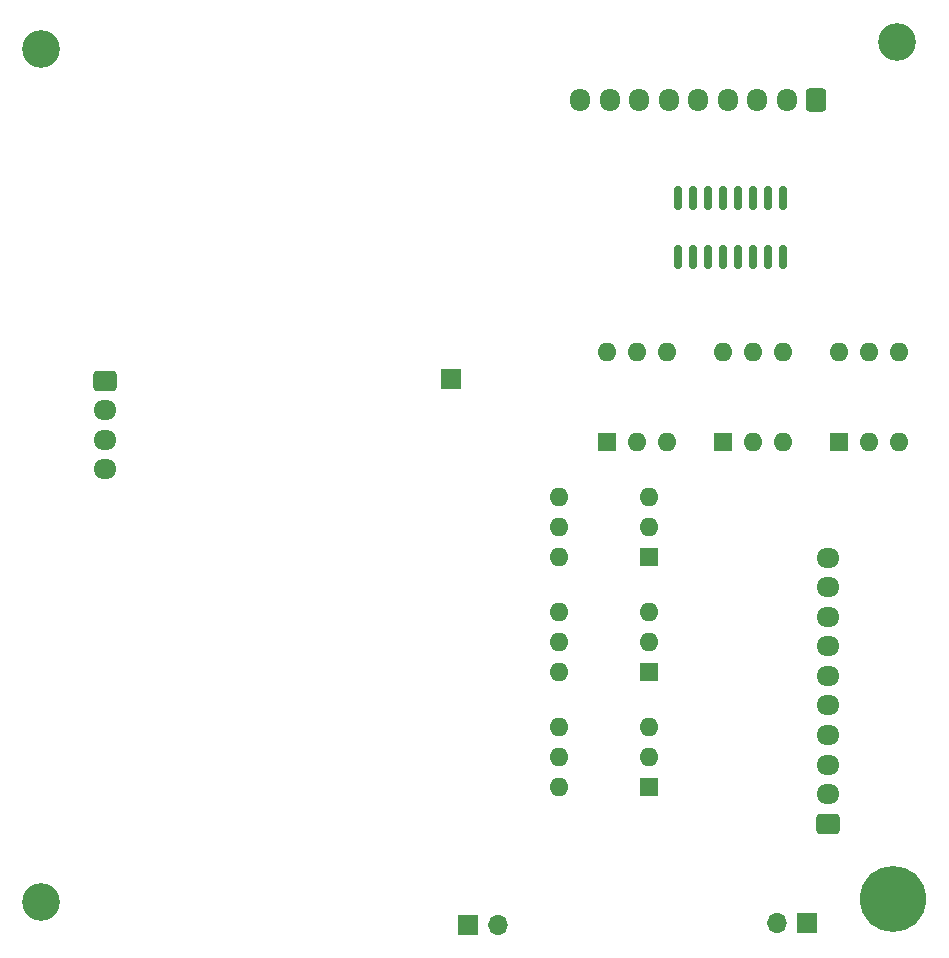
<source format=gbr>
%TF.GenerationSoftware,KiCad,Pcbnew,8.0.4*%
%TF.CreationDate,2024-12-25T17:02:42+05:30*%
%TF.ProjectId,BMS,424d532e-6b69-4636-9164-5f7063625858,rev?*%
%TF.SameCoordinates,Original*%
%TF.FileFunction,Soldermask,Bot*%
%TF.FilePolarity,Negative*%
%FSLAX46Y46*%
G04 Gerber Fmt 4.6, Leading zero omitted, Abs format (unit mm)*
G04 Created by KiCad (PCBNEW 8.0.4) date 2024-12-25 17:02:42*
%MOMM*%
%LPD*%
G01*
G04 APERTURE LIST*
G04 Aperture macros list*
%AMRoundRect*
0 Rectangle with rounded corners*
0 $1 Rounding radius*
0 $2 $3 $4 $5 $6 $7 $8 $9 X,Y pos of 4 corners*
0 Add a 4 corners polygon primitive as box body*
4,1,4,$2,$3,$4,$5,$6,$7,$8,$9,$2,$3,0*
0 Add four circle primitives for the rounded corners*
1,1,$1+$1,$2,$3*
1,1,$1+$1,$4,$5*
1,1,$1+$1,$6,$7*
1,1,$1+$1,$8,$9*
0 Add four rect primitives between the rounded corners*
20,1,$1+$1,$2,$3,$4,$5,0*
20,1,$1+$1,$4,$5,$6,$7,0*
20,1,$1+$1,$6,$7,$8,$9,0*
20,1,$1+$1,$8,$9,$2,$3,0*%
G04 Aperture macros list end*
%ADD10C,3.200000*%
%ADD11R,1.600000X1.600000*%
%ADD12O,1.600000X1.600000*%
%ADD13R,1.700000X1.700000*%
%ADD14RoundRect,0.250000X-0.725000X0.600000X-0.725000X-0.600000X0.725000X-0.600000X0.725000X0.600000X0*%
%ADD15O,1.950000X1.700000*%
%ADD16C,5.600000*%
%ADD17RoundRect,0.250000X0.725000X-0.600000X0.725000X0.600000X-0.725000X0.600000X-0.725000X-0.600000X0*%
%ADD18RoundRect,0.250000X0.600000X0.725000X-0.600000X0.725000X-0.600000X-0.725000X0.600000X-0.725000X0*%
%ADD19O,1.700000X1.950000*%
%ADD20RoundRect,0.150000X-0.150000X0.850000X-0.150000X-0.850000X0.150000X-0.850000X0.150000X0.850000X0*%
%ADD21O,1.700000X1.700000*%
G04 APERTURE END LIST*
D10*
%TO.C,H2*%
X115900000Y-130300000D03*
%TD*%
D11*
%TO.C,U13*%
X173575000Y-91400000D03*
D12*
X176115000Y-91400000D03*
X178655000Y-91400000D03*
X178655000Y-83780000D03*
X176115000Y-83780000D03*
X173575000Y-83780000D03*
%TD*%
D11*
%TO.C,U12*%
X163775000Y-91400000D03*
D12*
X166315000Y-91400000D03*
X168855000Y-91400000D03*
X168855000Y-83780000D03*
X166315000Y-83780000D03*
X163775000Y-83780000D03*
%TD*%
D10*
%TO.C,H3*%
X188300000Y-57500000D03*
%TD*%
D11*
%TO.C,U6*%
X167300000Y-120640000D03*
D12*
X167300000Y-118100000D03*
X167300000Y-115560000D03*
X159680000Y-115560000D03*
X159680000Y-118100000D03*
X159680000Y-120640000D03*
%TD*%
D10*
%TO.C,H1*%
X115900000Y-58100000D03*
%TD*%
D13*
%TO.C,J11*%
X150564200Y-86064200D03*
%TD*%
D14*
%TO.C,J1*%
X121300000Y-86200000D03*
D15*
X121300000Y-88700000D03*
X121300000Y-91200000D03*
X121300000Y-93700000D03*
%TD*%
D16*
%TO.C,H4*%
X188000000Y-130100000D03*
%TD*%
D11*
%TO.C,U14*%
X183420000Y-91400000D03*
D12*
X185960000Y-91400000D03*
X188500000Y-91400000D03*
X188500000Y-83780000D03*
X185960000Y-83780000D03*
X183420000Y-83780000D03*
%TD*%
D17*
%TO.C,J2*%
X182500000Y-123700000D03*
D15*
X182500000Y-121200000D03*
X182500000Y-118700000D03*
X182500000Y-116200000D03*
X182500000Y-113700000D03*
X182500000Y-111200000D03*
X182500000Y-108700000D03*
X182500000Y-106200000D03*
X182500000Y-103700000D03*
X182500000Y-101200000D03*
%TD*%
D18*
%TO.C,J7*%
X181500000Y-62400000D03*
D19*
X179000000Y-62400000D03*
X176500000Y-62400000D03*
X174000000Y-62400000D03*
X171500000Y-62400000D03*
X169000000Y-62400000D03*
X166500000Y-62400000D03*
X164000000Y-62400000D03*
X161500000Y-62400000D03*
%TD*%
D11*
%TO.C,U5*%
X167300000Y-110840000D03*
D12*
X167300000Y-108300000D03*
X167300000Y-105760000D03*
X159680000Y-105760000D03*
X159680000Y-108300000D03*
X159680000Y-110840000D03*
%TD*%
D11*
%TO.C,U4*%
X167300000Y-101115000D03*
D12*
X167300000Y-98575000D03*
X167300000Y-96035000D03*
X159680000Y-96035000D03*
X159680000Y-98575000D03*
X159680000Y-101115000D03*
%TD*%
D20*
%TO.C,U11*%
X169755000Y-70700000D03*
X171025000Y-70700000D03*
X172295000Y-70700000D03*
X173565000Y-70700000D03*
X174835000Y-70700000D03*
X176105000Y-70700000D03*
X177375000Y-70700000D03*
X178645000Y-70700000D03*
X178645000Y-75700000D03*
X177375000Y-75700000D03*
X176105000Y-75700000D03*
X174835000Y-75700000D03*
X173565000Y-75700000D03*
X172295000Y-75700000D03*
X171025000Y-75700000D03*
X169755000Y-75700000D03*
%TD*%
D13*
%TO.C,J8*%
X152025000Y-132300000D03*
D21*
X154565000Y-132300000D03*
%TD*%
D13*
%TO.C,J3*%
X180675000Y-132100000D03*
D21*
X178135000Y-132100000D03*
%TD*%
M02*

</source>
